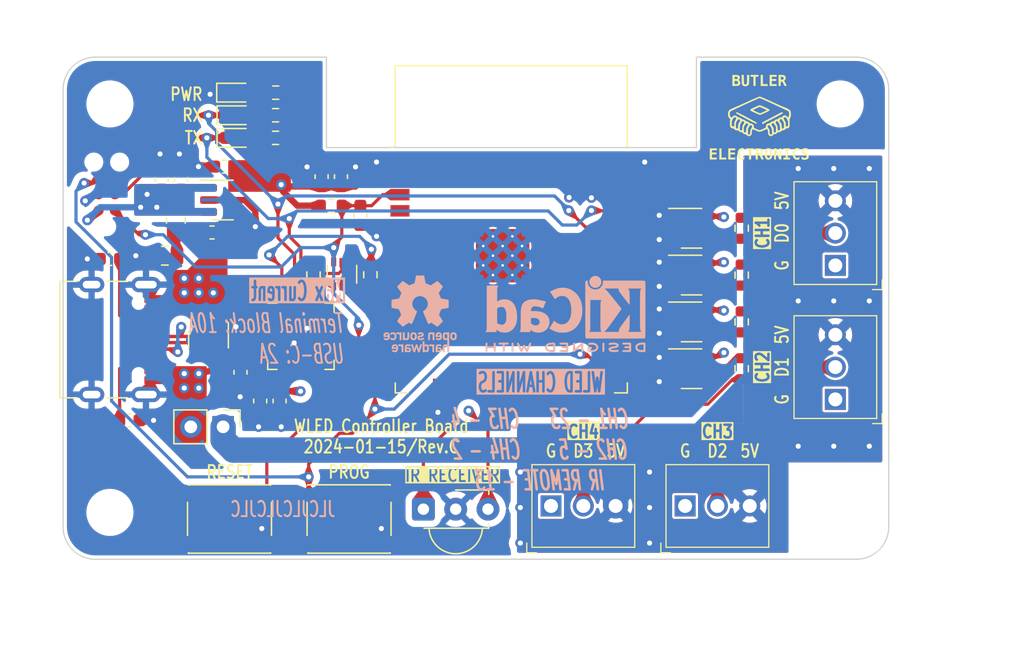
<source format=kicad_pcb>
(kicad_pcb (version 20221018) (generator pcbnew)
  (title_block (title "WLED Controller Board") (date "2024-01-15") (rev "C") (company "Bulter Electronics"))
  (layers (0 "F.Cu" mixed) (1 "In1.Cu" power) (2 "In2.Cu" power) (31 "B.Cu" mixed) (34 "B.Paste" user) (35 "F.Paste" user) (36 "B.SilkS" user "B.Silkscreen") (37 "F.SilkS" user "F.Silkscreen") (38 "B.Mask" user) (39 "F.Mask" user) (44 "Edge.Cuts" user))
  (property "DigiKey" "")
  (property "LCSC" "")
  (property "Mouser" "")
  (net 0 "")
  (net 1 "+3.3V")
  (net 2 "GND")
  (net 3 "+5V")
  (net 4 "/EN")
  (net 5 "/IO0")
  (net 6 "Net-(C201-Pad1)")
  (net 7 "Net-(U401-VDD)")
  (net 8 "/USB-TTL-AutoProgram/D_P")
  (net 9 "/USB-TTL-AutoProgram/D_N")
  (net 10 "VCC")
  (net 11 "Net-(J101-Pin_2)")
  (net 12 "Net-(J102-Pin_2)")
  (net 13 "Net-(J103-Pin_2)")
  (net 14 "Net-(J104-Pin_2)")
  (net 15 "/IR_RECV")
  (net 16 "Net-(J201-CC1)")
  (net 18 "Net-(J201-CC2)")
  (net 20 "/ESP_TX")
  (net 21 "Net-(LED101-A)")
  (net 22 "/ESP_RX")
  (net 23 "Net-(LED102-A)")
  (net 24 "Net-(LED103-A)")
  (net 25 "/USB-TTL-AutoProgram/RTS")
  (net 26 "Net-(Q401A-B1)")
  (net 27 "/USB-TTL-AutoProgram/DTR")
  (net 28 "Net-(Q401B-B2)")
  (net 29 "Net-(R102-Pad1)")
  (net 30 "Net-(R103-Pad1)")
  (net 31 "Net-(R106-Pad1)")
  (net 32 "Net-(R108-Pad1)")
  (net 33 "/LED0")
  (net 34 "/LED1")
  (net 45 "/LED3")
  (net 55 "/LED2")
  (net 80 "/LED_PWR")
  (footprint "User_Footprint:USB_C_Receptable_918-418K2023S40001" (layer "F.Cu") (at 103.856 90.673 -90)
    (fp_text reference "J201" hide)
    (fp_text value "USB_C_Receptacle_USB2.0")
  )
  (footprint "Resistor_SMD:R_0603_1608Metric" (layer "F.Cu") (at 118.999 80.137)
    (fp_text reference "R101" hide)
    (fp_text value "10K")
  )
  (footprint "Capacitor_SMD:C_0603_1608Metric" (layer "F.Cu") (at 114.935 95.504 -90)
    (fp_text reference "C403" hide)
    (fp_text value "100nF")
  )
  (footprint "Package_TO_SOT_SMD:SOT-143" (layer "F.Cu") (at 109.347 90.678 -90)
    (fp_text reference "D201" hide)
    (fp_text value "SP0503BAHT")
  )
  (footprint "Capacitor_SMD:C_0603_1608Metric" (layer "F.Cu") (at 105.664 78.0796 -90)
    (fp_text reference "C301" hide)
    (fp_text value "22uF")
  )
  (footprint "LED_SMD:LED_0603_1608Metric" (layer "F.Cu") (at 111.5025 73.025)
    (fp_text reference "LED102" hide)
    (fp_text value "GREEN")
  )
  (footprint "Connector_PinHeader_2.54mm:PinHeader_1x02_P2.54mm_Vertical" (layer "F.Cu") (at 110.495 97.536 -90)
    (fp_text reference "SW101" hide)
    (fp_text value "SW_SPDT")
  )
  (footprint "Capacitor_SMD:C_0603_1608Metric" (layer "F.Cu") (at 119.761 77.851 90)
    (fp_text reference "C102" hide)
    (fp_text value "100nF")
  )
  (footprint "Capacitor_SMD:C_0603_1608Metric" (layer "F.Cu") (at 113.411 95.504 -90)
    (fp_text reference "C402" hide)
    (fp_text value "1uF")
  )
  (footprint "Connector_Tag:TC2030-IDC-NL" (layer "F.Cu") (at 101.346 79.248 90)
    (fp_text reference "J105" hide)
    (fp_text value "Conn_02x03_Odd_Even")
  )
  (footprint "LED_SMD:LED_0603_1608Metric" (layer "F.Cu") (at 111.5025 74.803)
    (fp_text reference "LED101" hide)
    (fp_text value "BLUE")
  )
  (footprint "Resistor_SMD:R_0603_1608Metric" (layer "F.Cu") (at 114.627 71.247 180)
    (fp_text reference "R107" hide)
    (fp_text value "2K")
  )
  (footprint "User_Footprint:molex-39773-0003" (layer "F.Cu") (at 138.771 103.759)
    (fp_text reference "J104" hide)
    (fp_text value "Conn_01x03" hide)
  )
  (footprint "OptoDevice:Vishay_MINICAST-3Pin" (layer "F.Cu") (at 126.238 104.013)
    (fp_text reference "U106" hide)
    (fp_text value "TSOP382xx")
  )
  (footprint "User_Footprint:molex-39773-0003" (layer "F.Cu") (at 158.623 92.877 90)
    (fp_text reference "J102" hide)
    (fp_text value "Conn_01x03" hide)
  )
  (footprint "MountingHole:MountingHole_3.2mm_M3" (layer "F.Cu") (at 101.6 104.267)
    (fp_text reference "H104" hide)
    (fp_text value "MountingHole")
  )
  (footprint "Resistor_SMD:R_0603_1608Metric" (layer "F.Cu") (at 114.618 73.025 180)
    (fp_text reference "R105" hide)
    (fp_text value "2K")
  )
  (footprint "User_Footprint:molex-39773-0003" (layer "F.Cu") (at 158.623 82.336 90)
    (fp_text reference "J101" hide)
    (fp_text value "Conn_01x03" hide)
  )
  (footprint "Resistor_SMD:R_0603_1608Metric" (layer "F.Cu") (at 151.257 92.964 -90)
    (fp_text reference "R108" hide)
    (fp_text value "100")
  )
  (footprint "Resistor_SMD:R_0603_1608Metric" (layer "F.Cu") (at 151.257 85.598 90)
    (fp_text reference "R103" hide)
    (fp_text value "100")
  )
  (footprint "Capacitor_SMD:C_0603_1608Metric" (layer "F.Cu") (at 118.237 77.851 90)
    (fp_text reference "C101" hide)
    (fp_text value "22uF")
  )
  (footprint "Resistor_SMD:R_0603_1608Metric" (layer "F.Cu") (at 151.257 89.281 90)
    (fp_text reference "R106" hide)
    (fp_text value "100")
  )
  (footprint "Capacitor_SMD:C_0603_1608Metric" (layer "F.Cu") (at 107.188 78.0796 90)
    (fp_text reference "C202" hide)
    (fp_text value "100nF")
  )
  (footprint "Package_TO_SOT_SMD:SOT-23-5" (layer "F.Cu") (at 147.32 81.915)
    (fp_text reference "U101" hide)
    (fp_text value "74AHCT1G125")
  )
  (footprint "Package_TO_SOT_SMD:SOT-23-5" (layer "F.Cu") (at 147.32 85.598)
    (fp_text reference "U102" hide)
    (fp_text value "74AHCT1G125")
  )
  (footprint "Capacitor_SMD:C_0603_1608Metric" (layer "F.Cu") (at 111.8616 93.2434 -90)
    (fp_text reference "C401" hide)
    (fp_text value "100nF")
  )
  (footprint "MountingHole:MountingHole_3.2mm_M3" (layer "F.Cu") (at 159 104.267)
    (fp_text reference "H103" hide)
    (fp_text value "MountingHole")
  )
  (footprint "Package_TO_SOT_SMD:SOT-363_SC-70-6" (layer "F.Cu") (at 119.8372 85.535204 90)
    (fp_text reference "Q401" hide)
    (fp_text value "MMDT3904")
  )
  (footprint "MountingHole:MountingHole_3.2mm_M3" (layer "F.Cu") (at 101.6 72.136)
    (fp_text reference "H101" hide)
    (fp_text value "MountingHole")
  )
  (footprint "Capacitor_SMD:C_0805_2012Metric" (layer "F.Cu") (at 105.918 84.074 180)
    (fp_text reference "C201" hide)
    (fp_text value "10uF")
  )
  (footprint "User_Footprint:XKB-Connectivity-TS-1187A-B-A-B" (layer "F.Cu") (at 120.396 104.775)
    (fp_text reference "SW105" hide)
    (fp_text value "SW_Push")
  )
  (footprint "Fuse:Fuse_0603_1608Metric" (layer "F.Cu") (at 109.6264 82.2452 180)
    (fp_text reference "F201" hide)
    (fp_text value "Polyfuse_Small")
  )
  (footprint "Package_TO_SOT_SMD:SOT-23-5" (layer "F.Cu") (at 147.32 92.964)
    (fp_text reference "U105" hide)
    (fp_text value "74AHCT1G125")
  )
  (footprint "Resistor_SMD:R_0805_2012Metric" (layer "F.Cu") (at 106.7816 81.28 90)
    (fp_text reference "FB201" hide)
    (fp_text value "FerriteBead_Small")
  )
  (footprint "Capacitor_SMD:C_0603_1608Metric" (layer "F.Cu") (at 103.124 97.028 180)
    (fp_text reference "R201" hide)
    (fp_text value "5K1")
  )
  (footprint "Resistor_SMD:R_0603_1608Metric" (layer "F.Cu") (at 117.602 85.586004 -90)
    (fp_text reference "R402" hide)
    (fp_text value "10K")
  )
  (footprint "Package_TO_SOT_SMD:SOT-23-5" (layer "F.Cu") (at 110.49 79.695)
    (fp_text reference "U301" hide)
    (fp_text value "XC6220B331MR-G")
  )
  (footprint "User_Footprint:butler-electronics-10" (layer "F.Cu") (at 152.654 73.152)
    (fp_text reference "G***" hide)
    (fp_text value "LOGO" hide)
  )
  (footprint "User_Footprint:molex-39773-0003" (layer "F.Cu") (at 149.312 103.759)
    (fp_text reference "J103" hide)
    (fp_text value "Conn_01x03" hide)
  )
  (footprint "Package_DFN_QFN:QFN-28-1EP_5x5mm_P0.5mm_EP3.35x3.35mm" (layer "F.Cu") (at 116.6114 90.411)
    (fp_text reference "U401" hide)
    (fp_text value "CP2102-GMR")
  )
  (footprint "Capacitor_SMD:C_0603_1608Metric" (layer "F.Cu") (at 101.6 84.328)
    (fp_text reference "R202" hide)
    (fp_text value "5K1")
  )
  (footprint "Capacitor_SMD:C_0603_1608Metric" (layer "F.Cu") (at 121.285 80.899 -90)
    (fp_text reference "C104" hide)
    (fp_text value "100nF")
  )
  (footprint "Package_TO_SOT_SMD:SOT-23-5" (layer "F.Cu") (at 147.32 89.281)
    (fp_text reference "U104" hide)
    (fp_text value "74AHCT1G125")
  )
  (footprint "LED_SMD:LED_0603_1608Metric" (layer "F.Cu") (at 111.4775 71.247)
    (fp_text reference "LED103" hide)
    (fp_text value "RED")
  )
  (footprint "Resistor_SMD:R_0603_1608Metric" (layer "F.Cu") (at 151.257 81.915 90)
    (fp_text reference "R102" hide)
    (fp_text value "100")
  )
  (footprint "Capacitor_SMD:C_0603_1608Metric" (layer "F.Cu") (at 110.5916 77.0636 180)
    (fp_text reference "C302" hide)
    (fp_text value "4.7uF")
  )
  (footprint "User_Footprint:XKB-Connectivity-TS-1187A-B-A-B" (layer "F.Cu") (at 110.998 104.775)
    (fp_text reference "SW103" hide)
    (fp_text value "SW_Push")
  )
  (footprint "MountingHole:MountingHole_3.2mm_M3" (layer "F.Cu") (at 159 72.136)
    (fp_text reference "H102" hide)
    (fp_text value "MountingHole")
  )
  (footprint "Resistor_SMD:R_0603_1608Metric" (layer "F.Cu") (at 122.0724 85.571204 90)
    (fp_text reference "R401" hide)
    (fp_text value "10K")
  )
  (footprint "User_Footprint:ESP32-WROOM-32" (layer "F.Cu") (at 133.1485 84.983)
    (fp_text reference "U103" hide)
    (fp_text value "ESP32-WROOM-32")
  )
  (footprint "Resistor_SMD:R_0603_1608Metric" (layer "F.Cu") (at 114.618 74.803 180)
    (fp_text reference "R104" hide)
    (fp_text value "2K")
  )
  (footprint "Symbol:OSHW-Logo_5.7x6mm_SilkScreen" (layer "B.Cu") (at 125.984 88.646 180)
    (fp_text reference "REF**" hide)
    (fp_text value "OSHW-Logo_5.7x6mm_SilkScreen" hide)
  )
  (footprint "Symbol:KiCad-Logo2_5mm_SilkScreen" (layer "B.Cu") (at 137.414 88.646 180)
    (fp_text reference "REF**" hide)
    (fp_text value "KiCad-Logo2_5mm_SilkScreen" hide)
  )
  (gr_arc (start 97.917 70.993) (mid 98.660949 69.196949) (end 100.457 68.453) (stroke (width 0.1)) (layer "Edge.Cuts"))
  (gr_arc (start 160.274 68.453) (mid 162.07379 69.205974) (end 162.814 71.011051) (stroke (width 0.1)) (layer "Edge.Cuts"))
  (gr_line (start 162.814 71.011051) (end 162.814 105.41) (stroke (width 0.1)) (layer "Edge.Cuts"))
  (gr_line (start 147.701 75.565) (end 147.701 68.453) (stroke (width 0.1)) (layer "Edge.Cuts"))
  (gr_arc (start 100.457 107.95) (mid 98.660949 107.206051) (end 97.917 105.41) (stroke (width 0.1)) (layer "Edge.Cuts"))
  (gr_line (start 100.457 68.453) (end 118.618 68.453) (stroke (width 0.1)) (layer "Edge.Cuts"))
  (gr_line (start 97.917 105.41) (end 97.917 70.993) (stroke (width 0.1)) (layer "Edge.Cuts"))
  (gr_line (start 118.618 75.565) (end 147.701 75.565) (stroke (width 0.1)) (layer "Edge.Cuts"))
  (gr_arc (start 162.814 105.41) (mid 162.070051 107.206051) (end 160.274 107.95) (stroke (width 0.1)) (layer "Edge.Cuts"))
  (gr_line (start 160.274 107.95) (end 100.457 107.95) (stroke (width 0.1)) (layer "Edge.Cuts"))
  (gr_line (start 118.618 68.453) (end 118.618 75.565) (stroke (width 0.1)) (layer "Edge.Cuts"))
  (gr_line (start 147.701 68.453) (end 160.274 68.453) (stroke (width 0.1)) (layer "Edge.Cuts"))
  (gr_text "JLCJLCJLCJLC" (at 115.189 104.013) (layer "B.SilkS") (effects (font (size 1.2 0.8) (thickness 0.153)) (justify mirror)))
  (gr_text "Terminal Block: 10A\nUSB-C: 2A\n" (at 120.142 88.519) (layer "B.SilkS") (effects (font (size 1.5 0.8) (thickness 0.153) italic) (justify left top mirror)))
  (gr_text "WLED CHANNELS" (at 135.4455 94.9325) (layer "B.SilkS" knockout) (effects (font (size 1.5 0.8) (thickness 0.2) bold) (justify bottom mirror)))
  (gr_text "Max Current" (at 120.142 86.868) (layer "B.SilkS" knockout) (effects (font (size 1.5 0.8) (thickness 0.2) bold) (justify left mirror)))
  (gr_text "5V" (at 154.432 79.756 90) (layer "F.SilkS") (effects (font (size 1 0.8) (thickness 0.153))))
  (gr_text "CH3" (at 149.352 97.917) (layer "F.SilkS" knockout) (effects (font (size 1 0.8) (thickness 0.2) bold)))
  (gr_text "PWR" (at 108.966 71.374) (layer "F.SilkS") (effects (font (size 1 0.8) (thickness 0.153)) (justify right)))
  (gr_text "CH1" (at 152.908 82.296 90) (layer "F.SilkS" knockout) (effects (font (size 1 0.8) (thickness 0.2) bold)))
  (gr_text "${TITLE}\n${ISSUE_DATE}/Rev.${REVISION}" (at 122.936 98.298) (layer "F.SilkS") (effects (font (size 1 0.8) (thickness 0.153))))
  (gr_text "D0" (at 154.432 82.296 90) (layer "F.SilkS") (effects (font (size 1 0.8) (thickness 0.153))))
  (gr_text "5V" (at 151.892 99.441) (layer "F.SilkS") (effects (font (size 1 0.8) (thickness 0.153))))
  (gr_text "G" (at 136.271 99.441) (layer "F.SilkS") (effects (font (size 1 0.8) (thickness 0.153))))
  (gr_text "RX" (at 108.966 73.025) (layer "F.SilkS") (effects (font (size 1 0.8) (thickness 0.153)) (justify right)))
  (gr_text "D1" (at 154.432 92.837 90) (layer "F.SilkS") (effects (font (size 1 0.8) (thickness 0.153))))
  (gr_text "5V" (at 154.432 90.297 90) (layer "F.SilkS") (effects (font (size 1 0.8) (thickness 0.153))))
  (gr_text "G" (at 154.432 84.836 90) (layer "F.SilkS") (effects (font (size 1 0.8) (thickness 0.153))))
  (gr_text "CH2" (at 152.908 92.837 90) (layer "F.SilkS" knockout) (effects (font (size 1 0.8) (thickness 0.2) bold)))
  (gr_text "TX" (at 108.966 74.803) (layer "F.SilkS") (effects (font (size 1 0.8) (thickness 0.153)) (justify right)))
  (gr_text "5V" (at 141.351 99.441) (layer "F.SilkS") (effects (font (size 1 0.8) (thickness 0.153))))
  (gr_text "D3" (at 138.811 99.441) (layer "F.SilkS") (effects (font (size 1 0.8) (thickness 0.153))))
  (gr_text "PROG" (at 120.396 101.092) (layer "F.SilkS") (effects (font (size 1 0.8) (thickness 0.153))))
  (gr_text "G" (at 154.432 95.377 90) (layer "F.SilkS") (effects (font (size 1 0.8) (thickness 0.153))))
  (gr_text "D2" (at 149.352 99.441) (layer "F.SilkS") (effects (font (size 1 0.8) (thickness 0.153))))
  (gr_text "CH4" (at 138.811 97.917) (layer "F.SilkS" knockout) (effects (font (size 1 0.8) (thickness 0.2) bold)))
  (gr_text "G" (at 146.812 99.441) (layer "F.SilkS") (effects (font (size 1 0.8) (thickness 0.153))))
  (gr_text "RESET" (at 110.998 101.092) (layer "F.SilkS") (effects (font (size 1 0.8) (thickness 0.153))))
  (gr_text "IR RECEIVER" (at 128.524 101.346) (layer "F.SilkS" knockout) (effects (font (size 1 0.8) (thickness 0.153))))
  (gr_text_box "CH1 - 23    CH3 - 4\nCH2 - 5     CH4 - 2\nIR REMOTE - 13" (start 126.746 94.9325) (end 144.145 103.4415) (layer "B.SilkS") (effects (font (size 1.5 0.8) (thickness 0.2) bold italic) (justify top mirror)))
  (segment (start 119.761 78.626) (end 120.891 78.626) (width 0.5) (layer "F.Cu") (net 1))
  (segment (start 113.411 78.74) (end 113.406 78.745) (width 0.25) (layer "F.Cu") (net 1))
  (segment (start 113.416 78.745) (end 113.411 78.74) (width 0.25) (layer "F.Cu") (net 1))
  (segment (start 120.891 78.626) (end 121.514 78.003) (width 0.5) (layer "F.Cu") (net 1))
  (segment (start 121.514 78.003) (end 124.3985 78.003) (width 0.5) (layer "F.Cu") (net 1))
  (segment (start 115.062 78.486) (end 115.321 78.745) (width 0.25) (layer "F.Cu") (net 1))
  (segment (start 113.406 78.745) (end 111.6275 78.745) (width 0.25) (layer "F.Cu") (net 1))
  (segment (start 115.443 71.383) (end 115.452 71.374) (width 0.5) (layer "F.Cu") (net 1))
  (segment (start 115.443 74.803) (end 115.443 71.383) (width 0.5) (layer "F.Cu") (net 1))
  (segment (start 129.794 96.266) (end 131.318 97.79) (width 0.25) (layer "F.Cu") (net 1))
  (segment (start 115.443 74.803) (end 115.443 77.0382) (width 0.5) (layer "F.Cu") (net 1))
  (segment (start 115.202 79.007) (end 116.332 80.137) (width 0.5) (layer "F.Cu") (net 1))
  (segment (start 131.318 97.79) (end 131.318 104.013) (width 0.25) (layer "F.Cu") (net 1))
  (segment (start 118.237 78.626) (end 119.761 78.626) (width 0.5) (layer "F.Cu") (net 1))
  (segment (start 116.332 80.137) (end 118.174 80.137) (width 0.5) (layer "F.Cu") (net 1))
  (segment (start 115.443 77.0382) (end 115.4176 77.0636) (width 0.5) (layer "F.Cu") (net 1))
  (segment (start 114.803 78.745) (end 113.416 78.745) (width 0.25) (layer "F.Cu") (net 1))
  (segment (start 115.202 78.626) (end 118.237 78.626) (width 0.5) (layer "F.Cu") (net 1))
  (segment (start 115.202 78.626) (end 115.202 79.007) (width 0.5) (layer "F.Cu") (net 1))
  (segment (start 115.062 78.486) (end 114.803 78.745) (width 0.25) (layer "F.Cu") (net 1))
  (segment (start 115.062 78.486) (end 115.202 78.626) (width 0.25) (layer "F.Cu") (net 1))
  (via (at 129.794 96.266) (size 0.8) (drill 0.4) (layers "F.Cu" "B.Cu") (net 1))
  (via (at 115.062 78.486) (size 0.8) (drill 0.4) (layers "F.Cu" "B.Cu") (net 1))
  (segment (start 146.1825 92.014) (end 144.841 92.014) (width 0.5) (layer "F.Cu") (net 2))
  (segment (start 117.107 77.076) (end 118.237 77.076) (width 0.25) (layer "F.Cu") (net 2))
  (segment (start 107.061 77.1776) (end 107.188 77.3046) (width 0.5) (layer "F.Cu") (net 2))
  (segment (start 144.841 86.548) (end 144.78 86.487) (width 0.5) (layer "F.Cu") (net 2))
  (segment (start 144.846 93.914) (end 144.78 93.98) (width 0.25) (layer "F.Cu") (net 2))
  (segment (start 113.998 106.65) (end 113.998 105.997) (width 0.25) (layer "F.Cu") (net 2))
  (segment (start 111.8616 95.1484) (end 111.8616 94.0184) (width 0.25) (layer "F.Cu") (net 2))
  (segment (start 143.612 76.733) (end 143.637 76.708) (width 0.5) (layer "F.Cu") (net 2))
  (segment (start 146.1825 82.865) (end 144.841 82.865) (width 0.5) (layer "F.Cu") (net 2))
  (segment (start 113.411 96.279) (end 113.411 97.409) (width 0.5) (layer "F.Cu") (net 2))
  (segment (start 104.431 94.598) (end 105.006 94.023) (width 0.5) (layer "F.Cu") (net 2))
  (segment (start 117.094 77.089) (end 117.107 77.076) (width 0.25) (layer "F.Cu") (net 2))
  (segment (start 120.904 77.089) (end 120.891 77.076) (width 0.25) (layer "F.Cu") (net 2))
  (segment (start 122.555 82.169) (end 122.555 82.55) (width 0.25) (layer "F.Cu") (net 2))
  (segment (start 144.846 84.648) (end 144.78 84.582) (width 0.5) (layer "F.Cu") (net 2))
  (segment (start 113.411 97.409) (end 113.284 97.536) (width 0.5) (layer "F.Cu") (net 2))
  (segment (start 144.846 88.331) (end 144.78 88.265) (width 0.5) (layer "F.Cu") (net 2))
  (segment (start 146.1825 84.648) (end 144.846 84.648) (width 0.5) (layer "F.Cu") (net 2))
  (segment (start 111.8362 95.1738) (end 111.8616 95.1484) (width 0.25) (layer "F.Cu") (net 2))
  (segment (start 100.1655 79.248) (end 100.711 79.248) (width 0.25) (layer "F.Cu") (net 2))
  (segment (start 111.755 89.911) (end 111.506 89.662) (width 0.25) (layer "F.Cu") (net 2))
  (segment (start 107.998 106.65) (end 113.998 106.65) (width 0.25) (layer "F.Cu") (net 2))
  (segment (start 144.841 92.014) (end 144.78 92.075) (width 0.5) (layer "F.Cu") (net 2))
  (segment (start 113.998 105.997) (end 113.538 105.537) (width 0.25) (layer "F.Cu") (net 2))
  (segment (start 112.188528 79.695) (end 109.3525 79.695) (width 0.5) (layer "F.Cu") (net 2))
  (segment (start 144.78 90.17) (end 144.907 90.297) (width 0.5) (layer "F.Cu") (net 2))
  (segment (start 121.285 81.674) (end 122.06 81.674) (width 0.25) (layer "F.Cu") (net 2))
  (segment (start 124.3985 76.733) (end 122.58 76.733) (width 0.5) (layer "F.Cu") (net 2))
  (segment (start 122.06 81.674) (end 122.555 82.169) (width 0.25) (layer "F.Cu") (net 2))
  (segment (start 99.6575 79.756) (end 100.1655 79.248) (width 0.25) (layer "F.Cu") (net 2))
  (segment (start 110.69 71.374) (end 109.474 71.374) (width 0.5) (layer "F.Cu") (net 2))
  (segment (start 109.8166 77.0636) (end 108.56 77.0636) (width 0.5) (layer "F.Cu") (net 2))
  (segment (start 144.846 80.965) (end 144.78 80.899) (width 0.5) (layer "F.Cu") (net 2))
  (segment (start 141.8985 76.733) (end 143.612 76.733) (width 0.5) (layer "F.Cu") (net 2))
  (segment (start 104.431 86.348) (end 104.431 86.748) (width 0.5) (layer "F.Cu") (net 2))
  (segment (start 110.097 89.678) (end 111.49 89.678) (width 0.5) (layer "F.Cu") (net 2))
  (segment (start 100.825 84.328) (end 99.822 84.328) (width 0.25) (layer "F.Cu") (net 2))
  (segment (start 113.03 80.536472) (end 112.188528 79.695) (width 0.5) (layer "F.Cu") (net 2))
  (segment (start 144.907 90.297) (end 146.1165 90.297) (width 0.5) (layer "F.Cu") (net 2))
  (segment (start 105.537 76.073) (end 105.537 77.1776) (width 0.5) (layer "F.Cu") (net 2))
  (segment (start 123.444 106.045) (end 123.444 106.602) (width 0.25) (layer "F.Cu") (net 2))
  (segment (start 114.935 97.409) (end 115.062 97.536) (width 0.5) (layer "F.Cu") (net 2))
  (segment (start 122.936 105.537) (end 123.444 106.045) (width 0.25) (layer "F.Cu") (net 2))
  (segment (start 146.1825 88.331) (end 144.846 88.331) (width 0.5) (layer "F.Cu") (net 2))
  (segment (start 113.03 81.788) (end 113.03 80.536472) (width 0.5) (layer "F.Cu") (net 2))
  (segment (start 104.431 86.748) (end 105.006 87.323) (width 0.5) (layer "F.Cu") (net 2))
  (segment (start 146.1165 90.297) (end 146.1825 90.231) (width 0.5) (layer "F.Cu") (net 2))
  (segment (start 111.49 89.678) (end 111.506 89.662) (width 0.5) (layer "F.Cu") (net 2))
  (segment (start 108.56 77.0636) (end 108.5596 77.0632) (width 0.5) (layer "F.Cu") (net 2))
  (segment (start 146.1825 80.965) (end 144.846 80.965) (width 0.5) (layer "F.Cu") (net 2))
  (segment (start 104.431 94.998) (end 104.431 94.598) (width 0.5) (layer "F.Cu") (net 2))
  (segment (start 114.1614 89.911) (end 111.755 89.911) (width 0.25) (layer "F.Cu") (net 2))
  (segment (start 144.841 82.865) (end 144.78 82.804) (width 0.5) (layer "F.Cu") (net 2))
  (segment (start 105.029 97.028) (end 103.899 97.028) (width 0.25) (layer "F.Cu") (net 2))
  (segment (start 117.396 106.65) (end 123.396 106.65) (width 0.25) (layer "F.Cu") (net 2))
  (segment (start 122.58 76.733) (end 122.555 76.708) (width 0.5) (layer "F.Cu") (net 2))
  (segment (start 105.537 77.1776) (end 105.664 77.3046) (width 0.5) (layer "F.Cu") (net 2))
  (segment (start 120.891 77.076) (end 119.761 77.076) (width 0.25) (layer "F.Cu") (net 2))
  (segment (start 127.4385 96.3355) (end 127.4385 94.493) (width 0.5) (layer "F.Cu") (net 2))
  (segment (start 127.381 96.393) (end 127.4385 96.3355) (width 0.5) (layer "F.Cu") (net 2))
  (segment (start 146.1825 86.548) (end 144.841 86.548) (width 0.5) (layer "F.Cu") (net 2))
  (segment (start 114.935 96.279) (end 114.935 97.409) (width 0.5) (layer "F.Cu") (net 2))
  (segment (start 107.061 76.073) (end 107.061 77.1776) (width 0.5) (layer "F.Cu") (net 2))
  (segment (start 146.1825 93.914) (end 144.846 93.914) (width 0.5) (layer "F.Cu") (net 2))
  (segment (start 103.632 84.074) (end 104.968 84.074) (width 0.5) (layer "F.Cu") (net 2))
  (via (at 113.03 81.788) (size 0.8) (drill 0.4) (layers "F.Cu" "B.Cu") (net 2))
  (via (at 117.094 77.089) (size 0.8) (drill 0.4) (layers "F.Cu" "B.Cu") (net 2))
  (via (at 139.446 79.518497) (size 0.8) (drill 0.4) (layers "F.Cu" "B.Cu") (net 2))
  (via (at 144.78 82.804) (size 0.8) (drill 0.4) (layers "F.Cu" "B.Cu") (net 2))
  (via (at 144.78 80.899) (size 0.8) (drill 0.4) (layers "F.Cu" "B.Cu") (net 2))
  (via (at 122.936 105.537) (size 0.8) (drill 0.4) (layers "F.Cu" "B.Cu") (net 2))
  (via (at 108.5596 77.0632) (size 0.8) (drill 0.4) (layers "F.Cu" "B.Cu") (net 2))
  (via (at 144.78 93.98) (size 0.8) (drill 0.4) (layers "F.Cu" "B.Cu") (net 2))
  (via (at 144.78 92.075) (size 0.8) (drill 0.4) (layers "F.Cu" "B.Cu") (net 2))
  (via (at 105.029 97.028) (size 0.8) (drill 0.4) (layers "F.Cu" "B.Cu") (net 2))
  (via (at 120.904 77.089) (size 0.8) (drill 0.4) (layers "F.Cu" "B.Cu") (net 2))
  (via (at 113.284 97.536) (size 0.8) (drill 0.4) (layers "F.Cu" "B.Cu") (net 2))
  (via (at 99.822 84.328) (size 0.8) (drill 0.4) (layers "F.Cu" "B.Cu") (net 2))
  (via (at 144.78 86.487) (size 0.8) (drill 0.4) (layers "F.Cu" "B.Cu") (net 2))
  (via (at 117.094 89.789) (size 0.8) (drill 0.4) (layers "F.Cu" "B.Cu") (net 2))
  (via (at 144.78 84.582) (size 0.8) (drill 0.4) (layers "F.Cu" "B.Cu") (net 2))
  (via (at 113.538 105.537) (size 0.8) (drill 0.4) (layers "F.Cu" "B.Cu") (net 2))
  (via (at 144.78 90.17) (size 0.8) (drill 0.4) (layers "F.Cu" "B.Cu") (net 2))
  (via (at 122.555 82.55) (size 0.8) (drill 0.4) (layers "F.Cu" "B.Cu") (net 2))
  (via (at 111.8362 95.1738) (size 0.8) (drill 0.4) (layers "F.Cu" "B.Cu") (net 2))
  (via (at 143.637 76.708) (size 0.8) (drill 0.4) (layers "F.Cu" "B.Cu") (net 2))
  (via (at 127.381 96.393) (size 0.8) (drill 0.4) (layers "F.Cu" "B.Cu") (net 2))
  (via (at 105.537 76.073) (size 0.8) (drill 0.4) (layers "F.Cu" "B.Cu") (net 2))
  (via (at 144.78 88.265) (size 0.8) (drill 0.4) (layers "F.Cu" "B.Cu") (net 2))
  (via (at 109.474 71.374) (size 0.8) (drill 0.4) (layers "F.Cu" "B.Cu") (net 2))
  (via (at 111.506 89.662) (size 0.8) (drill 0.4) (layers "F.Cu" "B.Cu") (net 2))
  (via (at 137.693449 79.493048) (size 0.8) (drill 0.4) (layers "F.Cu" "B.Cu") (net 2))
  (via (at 107.061 76.073) (size 0.8) (drill 0.4) (layers "F.Cu" "B.Cu") (net 2))
  (via (at 99.6575 79.756) (size 0.8) (drill 0.4) (layers "F.Cu" "B.Cu") (net 2))
  (via (at 115.062 97.536) (size 0.8) (drill 0.4) (layers "F.Cu" "B.Cu") (net 2))
  (via (at 103.632 84.074) (size 0.8) (drill 0.4) (layers "F.Cu" "B.Cu") (net 2))
  (via (at 116.078 90.932) (size 0.8) (drill 0.4) (layers "F.Cu" "B.Cu") (net 2))
  (via (at 122.555 76.708) (size 0.8) (drill 0.4) (layers "F.Cu" "B.Cu") (net 2))
  (segment (start 149.86 91.694) (end 149.54 92.014) (width 0.2672) (layer "F.Cu") (net 3))
  (segment (start 115.1114 94.5526) (end 114.935 94.729) (width 0.25) (layer "F.Cu") (net 3))
  (segment (start 148.4575 84.648) (end 149.794 84.648) (width 0.2672) (layer "F.Cu") (net 3))
  (segment (start 99.949 81.28) (end 100.711 80.518) (width 0.5) (layer "F.Cu") (net 3))
  (segment (start 149.799 88.331) (end 149.86 88.392) (width 0.2672) (layer "F.Cu") (net 3))
  (segment (start 149.799 80.965) (end 149.86 81.026) (width 0.2672) (layer "F.Cu") (net 3))
  (segment (start 116.573 94.729) (end 116.586 94.742) (width 0.25) (layer "F.Cu") (net 3))
  (segment (start 113.2078 94.5258) (end 113.411 94.729) (width 0.25) (layer "F.Cu") (net 3))
  (segment (start 149.54 92.014) (end 148.4575 92.014) (width 0.2672) (layer "F.Cu") (net 3))
  (segment (start 148.4575 80.965) (end 149.799 80.965) (width 0.2672) (layer "F.Cu") (net 3))
  (segment (start 114.1614 91.911) (end 113.4734 91.911) (width 0.25) (layer "F.Cu") (net 3))
  (segment (start 149.794 84.648) (end 149.86 84.582) (width 0.2672) (layer "F.Cu") (net 3))
  (segment (start 113.411 94.729) (end 116.573 94.729) (width 0.5) (layer "F.Cu") (net 3))
  (segment (start 148.4575 88.331) (end 149.799 88.331) (width 0.2672) (layer "F.Cu") (net 3))
  (segment (start 113.2078 92.1766) (end 113.2078 94.5258) (width 0.25) (layer "F.Cu") (net 3))
  (segment (start 113.4734 91.911) (end 113.2078 92.1766) (width 0.25) (layer "F.Cu") (net 3))
  (segment (start 99.822 81.28) (end 99.949 81.28) (width 0.5) (layer "F.Cu") (net 3))
  (segment (start 115.1114 92.861) (end 115.1114 94.5526) (width 0.25) (layer "F.Cu") (net 3))
  (via (at 149.86 81.026) (size 0.8) (drill 0.4) (layers "F.Cu" "B.Cu") (net 3))
  (via (at 99.822 81.28) (size 0.8) (drill 0.4) (layers "F.Cu" "B.Cu") (net 3))
  (via (at 149.86 88.392) (size 0.8) (drill 0.4) (layers "F.Cu" "B.Cu") (net 3))
  (via (at 104.521 79.248) (size 0.8) (drill 0.4) (layers "F.Cu" "B.Cu") (net 3))
  (via (at 105.283 80.264) (size 0.8) (drill 0.4) (layers "F.Cu" "B.Cu") (net 3))
  (via (at 149.86 84.582) (size 0.8) (drill 0.4) (layers "F.Cu" "B.Cu") (net 3))
  (via (at 116.586 94.742) (size 0.8) (drill 0.4) (layers "F.Cu" "B.Cu") (net 3))
  (via (at 149.86 91.694) (size 0.8) (drill 0.4) (layers "F.Cu" "B.Cu") (net 3))
  (via (at 104.013 80.264) (size 0.8) (drill 0.4) (layers "F.Cu" "B.Cu") (net 3))
  (segment (start 100.838 80.264) (end 103.886 80.264) (width 0.5) (layer "B.Cu") (net 3))
  (segment (start 99.822 81.28) (end 100.838 80.264) (width 0.5) (layer "B.Cu") (net 3))
  (segment (start 113.932 100.317) (end 116.967 97.282) (width 0.25) (layer "F.Cu") (net 4))
  (segment (start 119.824 80.187) (end 119.824 82.614) (width 0.25) (layer "F.Cu") (net 4))
  (segment (start 119.824 82.614) (end 119.1872 83.2508) (width 0.25) (layer "F.Cu") (net 4))
  (segment (start 119.1872 83.2508) (end 119.1872 84.585204) (width 0.25) (layer "F.Cu") (net 4))
  (segment (start 119.774 80.137) (end 119.824 80.187) (width 0.25) (layer "F.Cu") (net 4))
  (segment (start 113.998 102.9) (end 113.932 102.834) (width 0.25) (layer "F.Cu") (net 4))
  (segment (start 119.888 97.282) (end 121.158 96.012) (width 0.25) (layer "F.Cu") (net 4))
  (segment (start 121.158 96.012) (end 121.158 89.535) (width 0.25) (layer "F.Cu") (net 4))
  (segment (start 107.998 102.9) (end 113.998 102.9) (width 0.25) (layer "F.Cu") (net 4))
  (segment (start 113.932 102.834) (end 113.932 100.317) (width 0.25) (layer "F.Cu") (net 4))
  (segment (start 101.981 80.518) (end 103.886 82.423) (width 0.25) (layer "F.Cu") (net 4))
  (segment (start 124.3985 79.273) (end 123.038 79.273) (width 0.25) (layer "F.Cu") (net 4))
  (segment (start 103.886 82.423) (end 104.394 82.423) (width 0.25) (layer "F.Cu") (net 4))
  (segment (start 116.967 97.282) (end 119.888 97.282) (width 0.25) (layer "F.Cu") (net 4))
  (segment (start 122.174 80.137) (end 119.774 80.137) (width 0.25) (layer "F.Cu") (net 4))
  (segment (start 123.038 79.273) (end 122.174 80.137) (width 0.25) (layer "F.Cu") (net 4))
  (via (at 121.158 89.535) (size 0.8) (drill 0.4) (layers "F.Cu" "B.Cu") (net 4))
  (via (at 104.394 82.423) (size 0.8) (drill 0.4) (layers "F.Cu" "B.Cu") (net 4))
  (via (at 119.1872 83.439) (size 0.8) (drill 0.4) (layers "F.Cu" "B.Cu") (net 4))
  (segment (start 119.1872 87.0562) (end 121.158 89.027) (width 0.25) (layer "B.Cu") (net 4))
  (segment (start 105.791 82.423) (end 108.331 84.963) (width 0.25) (layer "B.Cu") (net 4))
  (segment (start 108.331 84.963) (end 115.062 84.963) (width 0.25) (layer "B.Cu") (net 4))
  (segment (start 116.586 83.439) (end 119.1872 83.439) (width 0.25) (layer "B.Cu") (net 4))
  (segment (start 119.1872 83.439) (end 119.1872 87.0562) (width 0.25) (layer "B.Cu") (net 4))
  (segment (start 121.158 89.027) (end 121.158 89.535) (width 0.25) (layer "B.Cu") (net 4))
  (segment (start 104.394 82.423) (end 105.791 82.423) (width 0.25) (layer "B.Cu") (net 4))
  (segment (start 115.062 84.963) (end 116.586 83.439) (width 0.25) (layer "B.Cu") (net 4))
  (segment (start 100.711 77.978) (end 100.33 78.359) (width 0.25) (layer "F.Cu") (net 5))
  (segment (start 117.221 101.473) (end 117.221 102.725) (width 0.25) (layer "F.Cu") (net 5))
  (segment (start 139.065 91.821) (end 140.487 93.243) (width 0.25) (layer "F.Cu") (net 5))
  (segment (start 100.33 78.359) (end 99.568 78.359) (width 0.25) (layer "F.Cu") (net 5))
  (segment (start 122.428 89.218204) (end 120.4872 87.277404) (width 0.25) (layer "F.Cu") (net 5))
  (segment (start 138.557 91.821) (end 139.065 91.821) (width 0.25) (layer "F.Cu") (net 5))
  (segment (start 140.487 93.243) (end 141.8985 93.243) (width 0.25) (layer "F.Cu") (net 5))
  (segment (start 119.634 98.044) (end 120.65 98.044) (width 0.25) (layer "F.Cu") (net 5))
  (segment (start 122.428 96.266) (end 122.428 96.139) (width 0.25) (layer "F.Cu") (net 5))
  (segment (start 120.65 98.044) (end 122.428 96.266) (width 0.25) (layer "F.Cu") (net 5))
  (segment (start 122.428 96.139) (end 122.428 89.218204) (width 0.25) (layer "F.Cu") (net 5))
  (segment (start 117.221 100.457) (end 117.221 101.473) (width 0.25) (layer "F.Cu") (net 5))
  (segment (start 117.221 102.725) (end 117.396 102.9) (width 0.25) (layer "F.Cu") (net 5))
  (segment (start 117.396 102.9) (end 123.396 102.9) (width 0.25) (layer "F.Cu") (net 5))
  (segment (start 120.4872 87.277404) (end 120.4872 86.485204) (width 0.25) (layer "F.Cu") (net 5))
  (segment (start 117.221 100.457) (end 119.634 98.044) (width 0.25) (layer "F.Cu") (net 5))
  (via (at 117.221 101.473) (size 0.8) (drill 0.4) (layers "F.Cu" "B.Cu") (net 5))
  (via (at 99.568 78.359) (size 0.8) (drill 0.4) (layers "F.Cu" "B.Cu") (net 5))
  (via (at 122.428 96.139) (size 0.8) (drill 0.4) (layers "F.Cu" "B.Cu") (net 5))
  (via (at 138.557 91.821) (size 0.8) (drill 0.4) (layers "F.Cu" "B.Cu") (net 5))
  (segment (start 107.696 101.473) (end 117.221 101.473) (width 0.25) (layer "B.Cu") (net 5))
  (segment (start 98.933 81.416305) (end 99.521695 82.005) (width 0.25) (layer "B.Cu") (net 5))
  (segment (start 101.727 95.504) (end 107.696 101.473) (width 0.25) (layer "B.Cu") (net 5))
  (segment (start 122.428 96.139) (end 123.952 96.139) (width 0.25) (layer "B.Cu") (net 5))
  (segment (start 99.568 78.359) (end 98.933 78.994) (width 0.25) (layer "B.Cu") (net 5))
  (segment (start 128.27 91.821) (end 138.557 91.821) (width 0.25) (layer "B.Cu") (net 5))
  (segment (start 123.952 96.139) (end 128.27 91.821) (width 0.25) (layer "B.Cu") (net 5))
  (segment (start 99.531 82.005) (end 101.727 84.201) (width 0.25) (layer "B.Cu") (net 5))
  (segment (start 99.521695 82.005) (end 99.531 82.005) (width 0.25) (layer "B.Cu") (net 5))
  (segment (start 98.933 78.994) (end 98.933 81.416305) (width 0.25) (layer "B.Cu") (net 5))
  (segment (start 101.727 84.201) (end 101.727 95.504) (width 0.25) (layer "B.Cu") (net 5))
  (segment (start 106.7816 82.1925) (end 106.7816 83.9876) (width 0.5) (layer "F.Cu") (net 6))
  (segment (start 106.7835 82.1944) (end 106.7816 82.1925) (width 0.5) (layer "F.Cu") (net 6))
  (segment (start 108.6865 82.1944) (end 106.7835 82.1944) (width 0.5) (layer "F.Cu") (net 6))
  (segment (start 108.8389 82.3468) (end 108.6865 82.1944) (width 0.5) (layer "F.Cu") (net 6))
  (segment (start 106.7816 83.9876) (end 106.868 84.074) (width 0.5) (layer "F.Cu") (net 6))
  (segment (start 112.424 91.411) (end 114.1614 91.411) (width 0.25) (layer "F.Cu") (net 7))
  (segment (start 111.8616 91.9734) (end 112.424 91.411) (width 0.25) (layer "F.Cu") (net 7))
  (segment (start 111.8616 92.4684) (end 111.8616 91.9734) (width 0.25) (layer "F.Cu") (net 7))
  (segment (start 107.205174 90.408626) (end 107.188 90.4258) (width 0.2672) (layer "F.Cu") (net 8))
  (segment (start 106.934 91.6441) (end 106.7129 91.423) (width 0.2672) (layer "F.Cu") (net 8))
  (segment (start 106.7129 91.423) (end 105.006 91.423) (width 0.2672) (layer "F.Cu") (net 8))
  (segment (start 108.397 90.3598) (end 108.397 89.678) (width 0.2672) (layer "F.Cu") (net 8))
  (segment (start 105.0088 90.4258) (end 105.006 90.423) (width 0.2672) (layer "F.Cu") (net 8))
  (segment (start 107.205174 89.679174) (end 107.205174 90.408626) (width 0.2672) (layer "F.Cu") (net 8))
  (segment (start 114.1466 90.4258) (end 105.0088 90.4258) (width 0.2672) (layer "F.Cu") (net 8))
  (via (at 106.934 91.6441) (size 0.8) (drill 0.4) (layers "F.Cu" "B.Cu") (net 8))
  (via (at 107.205174 89.679174) (size 0.8) (drill 0.4) (layers "F.Cu" "B.Cu") (net 8))
  (segment (start 106.934 91.6441) (end 106.934 89.950348) (width 0.2672) (layer "B.Cu") (net 8))
  (segment (start 106.934 89.950348) (end 107.205174 89.679174) (width 0.2672) (layer "B.Cu") (net 8))
  (segment (start 105.018 90.911) (end 105.006 90.923) (width 0.2672) (layer "F.Cu") (net 9))
  (segment (start 105.006 89.923) (end 103.371 89.923) (width 0.2672) (layer "F.Cu") (net 9))
  (segment (start 103.4325 90.923) (end 105.006 90.923) (width 0.2672) (layer "F.Cu") (net 9))
  (segment (start 103.371 89.923) (end 103.124 90.17) (width 0.2672) (layer "F.Cu") (net 9))
  (segment (start 108.397 90.972) (end 108.397 91.678) (width 0.2672) (layer "F.Cu") (net 9))
  (segment (start 103.124 90.17) (end 103.124 90.6145) (width 0.2672) (layer "F.Cu") (net 9))
  (segment (start 114.1614 90.911) (end 105.018 90.911) (width 0.2672) (layer "F.Cu") (net 9))
  (segment (start 103.124 90.6145) (end 103.4325 90.923) (width 0.2672) (layer "F.Cu") (net 9))
  (segment (start 108.585 93.345) (end 108.8136 93.0148) (width 0.5) (layer "F.Cu") (net 10))
  (segment (start 109.982 93.0148) (end 108.585 93.345) (width 0.5) (layer "F.Cu") (net 10))
  (segment (start 110.297 92.6998) (end 109.982 93.0148) (width 0.5) (layer "F.Cu") (net 10))
  (segment (start 110.297 91.678) (end 110.297 92.6998) (width 0.5) (layer "F.Cu") (net 10))
  (via (at 108.585 93.345) (size 0.8) (drill 0.4) (layers "F.Cu" "B.Cu") (net 10))
  (via (at 107.442 94.488) (size 0.8) (drill 0.4) (layers "F.Cu" "B.Cu") (net 10))
  (via (at 108.585 94.488) (size 0.8) (drill 0.4) (layers "F.Cu" "B.Cu") (net 10))
  (via (at 107.442 86.995) (size 0.8) (drill 0.4) (layers "F.Cu" "B.Cu") (net 10))
  (via (at 109.728 86.995) (size 0.8) (drill 0.4) (layers "F.Cu" "B.Cu") (net 10))
  (via (at 107.442 93.345) (size 0.8) (drill 0.4) (layers "F.Cu" "B.Cu") (net 10))
  (via (at 108.585 86.995) (size 0.8) (drill 0.4) (layers "F.Cu" "B.Cu") (net 10))
  (via (at 108.585 85.852) (size 0.8) (drill 0.4) (layers "F.Cu" "B.Cu") (net 10))
  (via (at 107.442 85.852) (size 0.8) (drill 0.4) (layers "F.Cu" "B.Cu") (net 10))
  (segment (start 156.591 82.296) (end 158.623 82.296) (width 0.25) (layer "F.Cu") (net 11))
  (segment (start 151.257 81.09) (end 155.385 81.09) (width 0.25) (layer "F.Cu") (net 11))
  (segment (start 155.385 81.09) (end 156.591 82.296) (width 0.25) (layer "F.Cu") (net 11))
  (segment (start 152.972 84.773) (end 154.432 86.233) (width 0.25) (layer "F.Cu") (net 12))
  (segment (start 154.432 86.233) (end 154.432 91.567) (width 0.25) (layer "F.Cu") (net 12))
  (segment (start 155.702 92.837) (end 158.623 92.837) (width 0.25) (layer "F.Cu") (net 12))
  (segment (start 151.257 84.773) (end 152.972 84.773) (width 0.25) (layer "F.Cu") (net 12))
  (segment (start 154.432 91.567) (end 155.702 92.837) (width 0.25) (layer "F.Cu") (net 12))
  (segment (start 152.654 88.932) (end 152.654 97.79) (width 0.25) (layer "F.Cu") (net 13))
  (segment (start 152.654 97.79) (end 149.352 101.092) (width 0.25) (layer "F.Cu") (net 13))
  (segment (start 152.178 88.456) (end 152.654 88.932) (width 0.25) (layer "F.Cu") (net 13))
  (segment (start 151.257 88.456) (end 152.178 88.456) (width 0.25) (layer "F.Cu") (net 13))
  (segment (start 149.352 101.092) (end 149.352 103.759) (width 0.25) (layer "F.Cu") (net 13))
  (segment (start 148.59 95.758) (end 144.526 95.758) (width 0.25) (layer "F.Cu") (net 14))
  (segment (start 144.526 95.758) (end 138.811 101.473) (width 0.25) (layer "F.Cu") (net 14))
  (segment (start 138.811 101.473) (end 138.811 103.759) (width 0.25) (layer "F.Cu") (net 14))
  (segment (start 151.384 93.789) (end 150.559 93.789) (width 0.25) (layer "F.Cu") (net 14))
  (segment (start 150.559 93.789) (end 148.59 95.758) (width 0.25) (layer "F.Cu") (net 14))
  (segment (start 128.7018 97.2312) (end 126.238 99.695) (width 0.25) (layer "F.Cu") (net 15))
  (segment (start 128.7018 94.4997) (end 128.7018 97.2312) (width 0.25) (layer "F.Cu") (net 15))
  (segment (start 128.7085 94.493) (end 128.7018 94.4997) (width 0.25) (layer "F.Cu") (net 15))
  (segment (start 126.238 99.695) (end 126.238 104.013) (width 0.25) (layer "F.Cu") (net 15))
  (segment (start 102.362 88.773) (end 102.362 84.468) (width 0.25) (layer "F.Cu") (net 16))
  (segment (start 105.006 89.423) (end 103.012 89.423) (width 0.25) (layer "F.Cu") (net 16))
  (segment (start 103.012 89.423) (end 102.362 88.773) (width 0.25) (layer "F.Cu") (net 16))
  (segment (start 102.362 97.015) (end 102.362 92.964) (width 0.25) (layer "F.Cu") (net 18))
  (segment (start 102.903 92.423) (end 105.006 92.423) (width 0.25) (layer "F.Cu") (net 18))
  (segment (start 102.349 97.028) (end 102.362 97.015) (width 0.25) (layer "F.Cu") (net 18))
  (segment (start 102.362 92.964) (end 102.903 92.423) (width 0.25) (layer "F.Cu") (net 18))
  (segment (start 116.6114 83.4644) (end 116.6114 87.961) (width 0.25) (layer "F.Cu") (net 20))
  (segment (start 103.585695 78.269) (end 103.595 78.269) (width 0.25) (layer "F.Cu") (net 20))
  (segment (start 105.030396 74.803) (end 109.22 74.803) (width 0.25) (layer "F.Cu") (net 20))
  (segment (start 109.22 74.803) (end 110.715 74.803) (width 0.25) (layer "F.Cu") (net 20))
  (segment (start 103.161 78.703) (end 103.161 78.693695) (width 0.25) (layer "F.Cu") (net 20))
  (segment (start 139.471 80.543) (end 139.446 80.518) (width 0.25) (layer "F.Cu") (net 20))
  (segment (start 115.697 81.407) (end 115.697 82.55) (width 0.25) (layer "F.Cu") (net 20))
  (segment (start 101.981 79.248) (end 102.616 79.248) (width 0.25) (layer "F.Cu") (net 20))
  (segment (start 103.161 78.693695) (end 103.585695 78.269) (width 0.25) (layer "F.Cu") (net 20))
  (segment (start 104.431 77.433) (end 104.431 75.402396) (width 0.25) (layer "F.Cu") (net 20))
  (segment (start 141.8985 80.543) (end 139.471 80.543) (width 0.25) (layer "F.Cu") (net 20))
  (segment (start 104.431 75.402396) (end 105.030396 74.803) (width 0.25) (layer "F.Cu") (net 20))
  (segment (start 115.697 82.55) (end 116.6114 83.4644) (width 0.25) (layer "F.Cu") (net 20))
  (segment (start 115.697 81.407) (end 115.697 81.153) (width 0.25) (layer "F.Cu") (net 20))
  (segment (start 102.616 79.248) (end 103.161 78.703) (width 0.25) (layer "F.Cu") (net 20))
  (segment (start 103.595 78.269) (end 104.431 77.433) (width 0.25) (layer "F.Cu") (net 20))
  (via (at 139.446 80.518) (size 0.8) (drill 0.4) (layers "F.Cu" "B.Cu") (net 20))
  (via (at 115.697 81.153) (size 0.8) (drill 0.4) (layers "F.Cu" "B.Cu") (net 20))
  (via (at 109.22 74.803) (size 0.8) (drill 0.4) (layers "F.Cu" "B.Cu") (net 20))
  (segment (start 139.446 80.518) (end 138.303 81.661) (width 0.25) (layer "B.Cu") (net 20))
  (segment (start 136.054 80.555) (end 116.295 80.555) (width 0.25) (layer "B.Cu") (net 20))
  (segment (start 116.295 80.555) (end 115.697 81.153) (width 0.25) (layer "B.Cu") (net 20))
  (segment (start 115.697 81.153) (end 114.046 81.153) (width 0.25) (layer "B.Cu") (net 20))
  (segment (start 138.303 81.661) (end 137.16 81.661) (width 0.25) (layer "B.Cu") (net 20))
  (segment (start 137.16 81.661) (end 136.054 80.555) (width 0.25) (layer "B.Cu") (net 20))
  (segment (start 114.046 81.153) (end 109.22 76.327) (width 0.25) (layer "B.Cu") (net 20))
  (segment (start 109.22 76.327) (end 109.22 74.803) (width 0.25) (layer "B.Cu") (net 20))
  (segment (start 113.793 74.803) (end 112.29 74.803) (width 0.25) (layer "F.Cu") (net 21))
  (segment (start 114.808 82.677) (end 116.1114 83.9804) (width 0.25) (layer "F.Cu") (net 22))
  (segment (start 106.172 73.025) (end 109.347 73.025) (width 0.25) (layer "F.Cu") (net 22))
  (segment (start 109.347 73.025) (end 110.715 73.025) (width 0.25) (layer "F.Cu") (net 22))
  (segment (start 114.808 80.01) (end 114.808 82.677) (width 0.25) (layer "F.Cu") (net 22))
  (segment (start 101.981 77.978) (end 102.87 77.978) (width 0.25) (layer "F.Cu") (net 22))
  (segment (start 102.87 77.978) (end 103.632 77.216) (width 0.25) (layer "F.Cu") (net 22))
  (segment (start 116.1114 83.9804) (end 116.1114 87.961) (width 0.25) (layer "F.Cu") (net 22))
  (segment (start 103.632 77.216) (end 103.632 75.565) (width 0.25) (layer "F.Cu") (net 22))
  (segment (start 137.668 80.518) (end 138.963 81.813) (width 0.25) (layer "F.Cu") (net 22))
  (segment (start 103.632 75.565) (end 106.172 73.025) (width 0.25) (layer "F.Cu") (net 22))
  (segment (start 138.963 81.813) (end 141.8985 81.813) (width 0.25) (layer "F.Cu") (net 22))
  (via (at 109.347 73.025) (size 0.8) (drill 0.4) (layers "F.Cu" "B.Cu") (net 22))
  (via (at 137.668 80.518) (size 0.8) (drill 0.4) (layers "F.Cu" "B.Cu") (net 22))
  (via (at 114.808 80.01) (size 0.8) (drill 0.4) (layers "F.Cu" "B.Cu") (net 22))
  (segment (start 137.668 80.543802) (end 137.393497 80.269299) (width 0.25) (layer "B.Cu") (net 22))
  (segment (start 109.982 74.295) (end 109.347 73.66) (width 0.25) (layer "B.Cu") (net 22))
  (segment (start 137.668 80.518) (end 137.668 80.543802) (width 0.25) (layer "B.Cu") (net 22))
  (segment (start 136.550802 79.375) (end 115.443 79.375) (width 0.25) (layer "B.Cu") (net 22))
  (segment (start 115.443 79.375) (end 114.808 80.01) (width 0.25) (layer "B.Cu") (net 22))
  (segment (start 114.808 80.01) (end 109.982 75.184) (width 0.25) (layer "B.Cu") (net 22))
  (segment (start 137.393497 80.217695) (end 136.550802 79.375) (width 0.25) (layer "B.Cu") (net 22))
  (segment (start 109.982 75.184) (end 109.982 74.295) (width 0.25) (layer "B.Cu") (net 22))
  (segment (start 137.393497 80.269299) (end 137.393497 80.217695) (width 0.25) (layer "B.Cu") (net 22))
  (segment (start 109.347 73.66) (end 109.347 73.025) (width 0.25) (layer "B.Cu") (net 22))
  (segment (start 113.793 73.025) (end 112.29 73.025) (width 0.25) (layer "F.Cu") (net 23))
  (segment (start 113.802 71.247) (end 112.265 71.247) (width 0.25) (layer "F.Cu") (net 24))
  (segment (start 117.602 86.411004) (end 119.113 86.411004) (width 0.25) (layer "F.Cu") (net 25))
  (segment (start 119.113 86.411004) (end 119.1872 86.485204) (width 0.25) (layer "F.Cu") (net 25))
  (segment (start 117.1114 86.901604) (end 117.602 86.411004) (width 0.25) (layer "F.Cu") (net 25))
  (segment (start 117.1114 87.961) (end 117.1114 86.901604) (width 0.25) (layer "F.Cu") (net 25))
  (segment (start 121.095204 85.535204) (end 121.956204 86.396204) (width 0.25) (layer "F.Cu") (net 26))
  (segment (start 121.956204 86.396204) (end 122.0724 86.396204) (width 0.25) (layer "F.Cu") (net 26))
  (segment (start 120.153996 85.535204) (end 121.095204 85.535204) (width 0.25) (layer "F.Cu") (net 26))
  (segment (start 119.8372 85.852) (end 120.153996 85.535204) (width 0.25) (layer "F.Cu") (net 26))
  (segment (start 119.8372 86.485204) (end 119.8372 85.852) (width 0.25) (layer "F.Cu") (net 26))
  (segment (start 121.285 84.582) (end 121.908196 84.582) (width 0.25) (layer "F.Cu") (net 27))
  (segment (start 121.281796 84.585204) (end 121.285 84.582) (width 0.25) (layer "F.Cu") (net 27))
  (segment (start 120.4872 84.585204) (end 121.281796 84.585204) (width 0.25) (layer "F.Cu") (net 27))
  (segment (start 122.1486 83.566) (end 122.1486 84.670004) (width 0.25) (layer "F.Cu") (net 27))
  (segment (start 121.908196 84.582) (end 122.0724 84.746204) (width 0.25) (layer "F.Cu") (net 27))
  (segment (start 115.1114 85.0124) (end 115.1114 87.961) (width 0.25) (layer "F.Cu") (net 27))
  (segment (start 122.1486 84.670004) (end 122.0724 84.746204) (width 0.25) (layer "F.Cu") (net 27))
  (segment (start 114.1095 84.0105) (end 115.1114 85.0124) (width 0.25) (layer "F.Cu") (net 27))
  (via (at 114.1095 84.0105) (size 0.8) (drill 0.4) (layers "F.Cu" "B.Cu") (net 27))
  (via (at 122.1486 83.566) (size 0.8) (drill 0.4) (layers "F.Cu" "B.Cu") (net 27))
  (segment (start 115.57 82.55) (end 114.1095 84.0105) (width 0.25) (layer "B.Cu") (net 27))
  (segment (start 122.1486 83.566) (end 122.1486 83.475) (width 0.25) (layer "B.Cu") (net 27))
  (segment (start 121.2236 82.55) (end 115.57 82.55) (width 0.25) (layer "B.Cu") (net 27))
  (segment (start 122.1486 83.475) (end 121.2236 82.55) (width 0.25) (layer "B.Cu") (net 27))
  (segment (start 118.311996 85.471) (end 117.602 84.761004) (width 0.25) (layer "F.Cu") (net 28))
  (segment (start 119.8372 84.585204) (end 119.8372 85.215604) (width 0.25) (layer "F.Cu") (net 28))
  (segment (start 119.581804 85.471) (end 118.311996 85.471) (width 0.25) (layer "F.Cu") (net 28))
  (segment (start 119.8372 85.215604) (end 119.581804 85.471) (width 0.25) (layer "F.Cu") (net 28))
  (segment (start 151.132 82.865) (end 151.257 82.74) (width 0.25) (layer "F.Cu") (net 29))
  (segment (start 148.4575 82.865) (end 151.132 82.865) (width 0.25) (layer "F.Cu") (net 29))
  (segment (start 148.4575 86.548) (end 151.132 86.548) (width 0.25) (layer "F.Cu") (net 30))
  (segment (start 151.132 86.548) (end 151.257 86.423) (width 0.25) (layer "F.Cu") (net 30))
  (segment (start 148.4575 90.231) (end 151.259 90.231) (width 0.25) (layer "F.Cu") (net 31))
  (segment (start 151.257 92.139) (end 150.685 92.139) (width 0.25) (layer "F.Cu") (net 32))
  (segment (start 150.160305 92.673) (end 150.151 92.673) (width 0.25) (layer "F.Cu") (net 32))
  (segment (start 150.685 92.139) (end 150.585 92.239) (width 0.25) (layer "F.Cu") (net 32))
  (segment (start 149.987 93.2815) (end 149.3545 93.914) (width 0.25) (layer "F.Cu") (net 32))
  (segment (start 150.585 92.248305) (end 150.160305 92.673) (width 0.25) (layer "F.Cu") (net 32))
  (segment (start 150.151 92.673) (end 149.987 92.837) (width 0.25) (layer "F.Cu") (net 32))
  (segment (start 149.987 92.837) (end 149.987 93.2815) (width 0.25) (layer "F.Cu") (net 32))
  (segment (start 149.3545 93.914) (end 148.4575 93.914) (width 0.25) (layer "F.Cu") (net 32))
  (segment (start 150.585 92.239) (end 150.585 92.248305) (width 0.25) (layer "F.Cu") (net 32))
  (segment (start 141.8985 78.003) (end 142.8985 78.003) (width 0.25) (layer "F.Cu") (net 33))
  (segment (start 142.8985 78.003) (end 143.637 78.7415) (width 0.25) (layer "F.Cu") (net 33))
  (segment (start 144.399 81.915) (end 146.1825 81.915) (width 0.25) (layer "F.Cu") (net 33))
  (segment (start 143.637 81.153) (end 144.399 81.915) (width 0.25) (layer "F.Cu") (net 33))
  (segment (start 143.637 78.7415) (end 143.637 81.153) (width 0.25) (layer "F.Cu") (net 33))
  (segment (start 143.637 86.233) (end 144.272 85.598) (width 0.25) (layer "F.Cu") (net 34))
  (segment (start 143.637 87.757) (end 143.637 86.233) (width 0.25) (layer "F.Cu") (net 34))
  (segment (start 143.231 88.163) (end 143.637 87.757) (width 0.25) (layer "F.Cu") (net 34))
  (segment (start 141.8985 88.163) (end 143.231 88.163) (width 0.25) (layer "F.Cu") (net 34))
  (segment (start 144.272 85.598) (end 146.1825 85.598) (width 0.25) (layer "F.Cu") (net 34))
  (segment (start 143.637 95.123) (end 143.637 93.599) (width 0.25) (layer "F.Cu") (net 45))
  (segment (start 144.272 92.964) (end 146.1825 92.964) (width 0.25) (layer "F.Cu") (net 45))
  (segment (start 138.8685 95.8155) (end 139.446 96.393) (width 0.25) (layer "F.Cu") (net 45))
  (segment (start 139.446 96.393) (end 142.367 96.393) (width 0.25) (layer "F.Cu") (net 45))
  (segment (start 138.8685 94.493) (end 138.8685 95.8155) (width 0.25) (layer "F.Cu") (net 45))
  (segment (start 142.367 96.393) (end 143.637 95.123) (width 0.25) (layer "F.Cu") (net 45))
  (segment (start 143.637 93.599) (end 144.272 92.964) (width 0.25) (layer "F.Cu") (net 45))
  (segment (start 143.231 91.973) (end 143.637 91.567) (width 0.25) (layer "F.Cu") (net 55))
  (segment (start 144.526 89.281) (end 146.1825 89.281) (width 0.25) (layer "F.Cu") (net 55))
  (segment (start 143.637 90.17) (end 144.526 89.281) (width 0.25) (layer "F.Cu") (net 55))
  (segment (start 141.8985 91.973) (end 143.231 91.973) (width 0.25) (layer "F.Cu") (net 55))
  (segment (start 143.637 91.567) (end 143.637 90.17) (width 0.25) (layer "F.Cu") (net 55))
  (via (at 144.018 106.68) (size 0.8) (drill 0.4) (layers "F.Cu" "B.Cu") (net 80))
  (via (at 144.018 103.886) (size 0.8) (drill 0.4) (layers "F.Cu" "B.Cu") (net 80))
  (via (at 158.496 99.06) (size 0.8) (drill 0.4) (layers "F.Cu" "B.Cu") (net 80))
  (via (at 161.29 87.63) (size 0.8) (drill 0.4) (layers "F.Cu" "B.Cu") (net 80))
  (via (at 133.858 103.886) (size 0.8) (drill 0.4) (layers "F.Cu" "B.Cu") (net 80))
  (via (at 161.29 99.06) (size 0.8) (drill 0.4) (layers "F.Cu" "B.Cu") (net 80))
  (via (at 158.496 77.216) (size 0.8) (drill 0.4) (layers "F.Cu" "B.Cu") (net 80))
  (via (at 133.858 101.092) (size 0.8) (drill 0.4) (layers "F.Cu" "B.Cu") (net 80))
  (via (at 144.018 101.092) (size 0.8) (drill 0.4) (layers "F.Cu" "B.Cu") (net 80))
  (via (at 158.496 87.63) (size 0.8) (drill 0.4) (layers "F.Cu" "B.Cu") (net 80))
  (via (at 155.702 77.216) (size 0.8) (drill 0.4) (layers "F.Cu" "B.Cu") (net 80))
  (via (at 155.702 87.63) (size 0.8) (drill 0.4) (layers "F.Cu" "B.Cu") (net 80))
  (via (at 133.858 106.68) (size 0.8) (drill 0.4) (layers "F.Cu" "B.Cu") (net 80))
  (via (at 161.29 77.216) (size 0.8) (drill 0.4) (layers "F.Cu" "B.Cu") (net 80))
  (via (at 155.702 99.06) (size 0.8) (drill 0.4) (layers "F.Cu" "B.Cu") (net 80))
  (segment (start 110.495 97.536) (end 110.495 98.557) (width 2) (layer "B.Cu") (net 80))
  (segment (start 110.495 98.557) (end 111.3028 99.3648) (width 2) (layer "B.Cu") (net 80))
  (segment (start 111.3028 99.3648) (end 139.7 99.3648) (width 2) (layer "B.Cu") (net 80))
  (segment (start 141.351 101.0158) (end 141.351 103.759) (width 2) (layer "B.Cu") (net 80))
  (segment (start 139.7 99.3648) (end 141.351 101.0158) (width 2) (layer "B.Cu") (net 80))
  (zone (net 1) (net_name "+3.3V") (layer "F.Cu") (priority 5) (connect_pads yes (clearance 0.2)) (min_thickness 0.25) (fill yes (thermal_gap 0.5) (thermal_bridge_width 0.5))
    (polygon (pts (xy 110.8964 79.0448) (xy 115.824 79.0448) (xy 115.824 76.5556) (xy 110.8964 76.5556)))
  )
  (zone (net 10) (net_name "VCC") (layer "F.Cu") (priority 1) (connect_pads yes (clearance 0.2)) (min_thickness 0.25) (fill yes (thermal_gap 0.5) (thermal_bridge_width 0.5))
    (polygon (pts (xy 107.1372 92.7608) (xy 109.22 92.7608) (xy 109.1692 98.806) (xy 106.5022 98.806) (xy 106.5022 93.3958) (xy 104.4194 93.3958) (xy 104.4194 92.7608)))
  )
  (zone (net 10) (net_name "VCC") (layer "F.Cu") (priority 3) (connect_pads yes (clearance 0.2)) (min_thickness 0.25) (fill yes (thermal_gap 0.5) (thermal_bridge_width 0.5))
    (polygon (pts (xy 104.2924 88.5952) (xy 106.6292 88.5952) (xy 107.2896 88.0364) (xy 107.2896 88.011) (xy 110.8456 88.011) (xy 110.8456 81.7372) (xy 109.982 81.7372) (xy 109.982 83.6676) (xy 109.22 83.6676) (xy 107.696 85.1916) (xy 106.3244 85.1916) (xy 106.3244 87.9856) (xy 104.2924 87.9856)))
  )
  (zone (net 80) (net_name "/LED_PWR") (layers "F.Cu" "In2.Cu" "B.Cu") (priority 6) (connect_pads thru_hole_only (clearance 0.2)) (min_thickness 0.25) (fill yes (thermal_gap 0.5) (thermal_bridge_width 0.8))
    (polygon (pts (xy 162.306 76.2) (xy 151.384 76.2) (xy 151.384 97.282) (xy 133.604 97.282) (xy 133.604 107.442) (xy 154.94 107.442) (xy 154.94 100.33) (xy 162.306 100.33)))
  )
  (zone (net 3) (net_name "+5V") (layers "F&B.Cu") (priority 4) (connect_pads yes (clearance 0.2)) (min_thickness 0.25) (fill yes (thermal_gap 0.5) (thermal_bridge_width 0.5))
    (polygon (pts (xy 109.982 78.4352) (xy 103.505 78.4352) (xy 103.505 80.9244) (xy 109.982 80.9244) (xy 109.982 80.3148) (xy 108.2548 80.3148) (xy 108.2548 79.0448) (xy 109.982 79.0448)))
  )
  (zone (net 2) (net_name "GND") (layers "In1.Cu" "In2.Cu" "B.Cu") (connect_pads (clearance 0.5)) (min_thickness 0.25) (fill yes (thermal_gap 0.5) (thermal_bridge_width 0.5))
    (polygon (pts (xy 162.814 68.326) (xy 162.814 107.95) (xy 97.79 107.95) (xy 97.79 68.326)))
  )
  (zone (net 80) (net_name "/LED_PWR") (layers "In2.Cu" "B.Cu") (priority 7) (connect_pads yes (clearance 0.2)) (min_thickness 0.25) (fill yes (thermal_gap 0.5) (thermal_bridge_width 0.5))
    (polygon (pts (xy 147.574 97.282) (xy 151.384 93.345) (xy 151.384 97.282)))
  )
)
</source>
